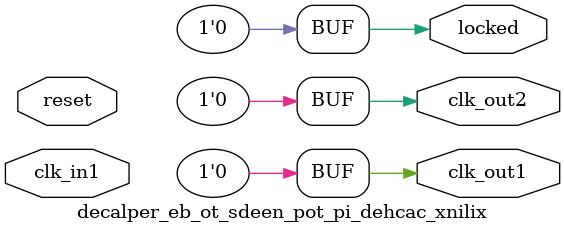
<source format=v>
module decalper_eb_ot_sdeen_pot_pi_dehcac_xnilix(	// file.cleaned.mlir:2:3
  input  reset,	// file.cleaned.mlir:2:59
         clk_in1,	// file.cleaned.mlir:2:75
  output clk_out1,	// file.cleaned.mlir:2:94
         clk_out2,	// file.cleaned.mlir:2:113
         locked	// file.cleaned.mlir:2:132
);

  assign clk_out1 = 1'h0;	// file.cleaned.mlir:3:14, :4:5
  assign clk_out2 = 1'h0;	// file.cleaned.mlir:3:14, :4:5
  assign locked = 1'h0;	// file.cleaned.mlir:3:14, :4:5
endmodule


</source>
